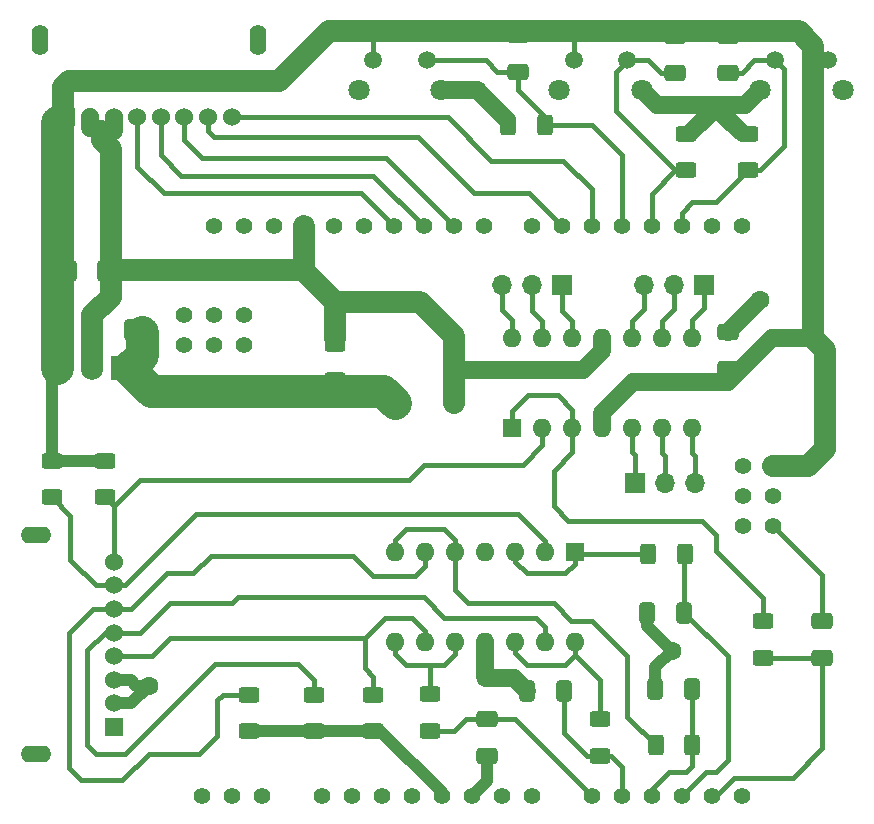
<source format=gbr>
%TF.GenerationSoftware,KiCad,Pcbnew,8.0.2*%
%TF.CreationDate,2024-04-30T15:11:03+02:00*%
%TF.ProjectId,Bachelor Shield,42616368-656c-46f7-9220-536869656c64,1.0*%
%TF.SameCoordinates,Original*%
%TF.FileFunction,Copper,L1,Top*%
%TF.FilePolarity,Positive*%
%FSLAX46Y46*%
G04 Gerber Fmt 4.6, Leading zero omitted, Abs format (unit mm)*
G04 Created by KiCad (PCBNEW 8.0.2) date 2024-04-30 15:11:03*
%MOMM*%
%LPD*%
G01*
G04 APERTURE LIST*
G04 Aperture macros list*
%AMRoundRect*
0 Rectangle with rounded corners*
0 $1 Rounding radius*
0 $2 $3 $4 $5 $6 $7 $8 $9 X,Y pos of 4 corners*
0 Add a 4 corners polygon primitive as box body*
4,1,4,$2,$3,$4,$5,$6,$7,$8,$9,$2,$3,0*
0 Add four circle primitives for the rounded corners*
1,1,$1+$1,$2,$3*
1,1,$1+$1,$4,$5*
1,1,$1+$1,$6,$7*
1,1,$1+$1,$8,$9*
0 Add four rect primitives between the rounded corners*
20,1,$1+$1,$2,$3,$4,$5,0*
20,1,$1+$1,$4,$5,$6,$7,0*
20,1,$1+$1,$6,$7,$8,$9,0*
20,1,$1+$1,$8,$9,$2,$3,0*%
G04 Aperture macros list end*
%TA.AperFunction,ComponentPad*%
%ADD10R,1.700000X1.700000*%
%TD*%
%TA.AperFunction,ComponentPad*%
%ADD11O,1.700000X1.700000*%
%TD*%
%TA.AperFunction,SMDPad,CuDef*%
%ADD12RoundRect,0.250000X0.412500X0.650000X-0.412500X0.650000X-0.412500X-0.650000X0.412500X-0.650000X0*%
%TD*%
%TA.AperFunction,SMDPad,CuDef*%
%ADD13RoundRect,0.250000X-0.650000X0.412500X-0.650000X-0.412500X0.650000X-0.412500X0.650000X0.412500X0*%
%TD*%
%TA.AperFunction,ComponentPad*%
%ADD14C,1.498600*%
%TD*%
%TA.AperFunction,ComponentPad*%
%ADD15C,1.803400*%
%TD*%
%TA.AperFunction,SMDPad,CuDef*%
%ADD16RoundRect,0.250000X0.400000X0.625000X-0.400000X0.625000X-0.400000X-0.625000X0.400000X-0.625000X0*%
%TD*%
%TA.AperFunction,SMDPad,CuDef*%
%ADD17RoundRect,0.250000X0.625000X-0.400000X0.625000X0.400000X-0.625000X0.400000X-0.625000X-0.400000X0*%
%TD*%
%TA.AperFunction,ComponentPad*%
%ADD18C,1.422000*%
%TD*%
%TA.AperFunction,ComponentPad*%
%ADD19R,1.600000X1.600000*%
%TD*%
%TA.AperFunction,ComponentPad*%
%ADD20O,1.600000X1.600000*%
%TD*%
%TA.AperFunction,ComponentPad*%
%ADD21R,1.524000X1.524000*%
%TD*%
%TA.AperFunction,ComponentPad*%
%ADD22C,1.524000*%
%TD*%
%TA.AperFunction,ComponentPad*%
%ADD23O,2.600000X1.400000*%
%TD*%
%TA.AperFunction,ComponentPad*%
%ADD24O,1.400000X2.600000*%
%TD*%
%TA.AperFunction,SMDPad,CuDef*%
%ADD25RoundRect,0.250000X-0.625000X0.400000X-0.625000X-0.400000X0.625000X-0.400000X0.625000X0.400000X0*%
%TD*%
%TA.AperFunction,SMDPad,CuDef*%
%ADD26RoundRect,0.250000X-0.412500X-0.650000X0.412500X-0.650000X0.412500X0.650000X-0.412500X0.650000X0*%
%TD*%
%TA.AperFunction,ComponentPad*%
%ADD27R,1.905000X2.000000*%
%TD*%
%TA.AperFunction,ComponentPad*%
%ADD28O,1.905000X2.000000*%
%TD*%
%TA.AperFunction,SMDPad,CuDef*%
%ADD29RoundRect,0.250000X0.650000X-0.412500X0.650000X0.412500X-0.650000X0.412500X-0.650000X-0.412500X0*%
%TD*%
%TA.AperFunction,ViaPad*%
%ADD30C,1.600000*%
%TD*%
%TA.AperFunction,Conductor*%
%ADD31C,0.400000*%
%TD*%
%TA.AperFunction,Conductor*%
%ADD32C,1.500000*%
%TD*%
%TA.AperFunction,Conductor*%
%ADD33C,1.900000*%
%TD*%
%TA.AperFunction,Conductor*%
%ADD34C,1.000000*%
%TD*%
%TA.AperFunction,Conductor*%
%ADD35C,2.800000*%
%TD*%
G04 APERTURE END LIST*
D10*
%TO.P,J4,1,Pin_1*%
%TO.N,Net-(J4-Pin_1)*%
X128170000Y-84750000D03*
D11*
%TO.P,J4,2,Pin_2*%
%TO.N,Net-(J4-Pin_2)*%
X130710000Y-84750000D03*
%TO.P,J4,3,Pin_3*%
%TO.N,Net-(J4-Pin_3)*%
X133250000Y-84750000D03*
%TD*%
D12*
%TO.P,C4,1*%
%TO.N,Flex Signal 2*%
X122162500Y-102400000D03*
%TO.P,C4,2*%
%TO.N,GND*%
X119037500Y-102400000D03*
%TD*%
%TO.P,C6,1*%
%TO.N,Flex Signal 4*%
X132300000Y-95750000D03*
%TO.P,C6,2*%
%TO.N,GND*%
X129175000Y-95750000D03*
%TD*%
D13*
%TO.P,C9,1*%
%TO.N,+5V*%
X136000000Y-46937500D03*
%TO.P,C9,2*%
%TO.N,Down Button*%
X136000000Y-50062500D03*
%TD*%
D14*
%TO.P,SW3,1,1*%
%TO.N,Shift Button*%
X127500000Y-49000000D03*
%TO.P,SW3,2,2*%
%TO.N,+5V*%
X122999999Y-49000000D03*
D15*
%TO.P,SW3,3,3*%
%TO.N,GND*%
X128755000Y-51490299D03*
%TO.P,SW3,4,4*%
X121744999Y-51490299D03*
%TD*%
D13*
%TO.P,C3,1*%
%TO.N,Flex Signal 1*%
X115600000Y-104800000D03*
%TO.P,C3,2*%
%TO.N,GND*%
X115600000Y-107925000D03*
%TD*%
D16*
%TO.P,R11,1*%
%TO.N,Up Button*%
X120500000Y-54500000D03*
%TO.P,R11,2*%
%TO.N,GND*%
X117400000Y-54500000D03*
%TD*%
D17*
%TO.P,R13,1*%
%TO.N,Shift Button*%
X132500000Y-58300000D03*
%TO.P,R13,2*%
%TO.N,GND*%
X132500000Y-55200000D03*
%TD*%
D12*
%TO.P,C1,1*%
%TO.N,+BATT*%
X85562500Y-71800000D03*
%TO.P,C1,2*%
%TO.N,GND*%
X82437500Y-71800000D03*
%TD*%
D18*
%TO.P,U1,1,OFF*%
%TO.N,unconnected-(U1-OFF-Pad1)*%
X91474990Y-111277510D03*
%TO.P,U1,2,GND*%
%TO.N,GND*%
X94014990Y-111277510D03*
%TO.P,U1,3,VRTC*%
%TO.N,unconnected-(U1-VRTC-Pad3)*%
X96554990Y-111277510D03*
%TD*%
D19*
%TO.P,U9,1*%
%TO.N,Net-(U9A-+)*%
X123090000Y-90637500D03*
D20*
%TO.P,U9,2,-*%
%TO.N,Net-(J2-Pin_7)*%
X120550000Y-90637500D03*
%TO.P,U9,3,+*%
%TO.N,Net-(U9A-+)*%
X118010000Y-90637500D03*
%TO.P,U9,4,V+*%
%TO.N,+5V*%
X115470000Y-90637500D03*
%TO.P,U9,5,+*%
%TO.N,Net-(U9B-+)*%
X112930000Y-90637500D03*
%TO.P,U9,6,-*%
%TO.N,Net-(J2-Pin_6)*%
X110390000Y-90637500D03*
%TO.P,U9,7*%
%TO.N,Net-(U9B-+)*%
X107850000Y-90637500D03*
%TO.P,U9,8*%
%TO.N,Net-(U9C-+)*%
X107850000Y-98257500D03*
%TO.P,U9,9,-*%
%TO.N,Net-(J2-Pin_4)*%
X110390000Y-98257500D03*
%TO.P,U9,10,+*%
%TO.N,Net-(U9C-+)*%
X112930000Y-98257500D03*
%TO.P,U9,11,V-*%
%TO.N,GND*%
X115470000Y-98257500D03*
%TO.P,U9,12,+*%
%TO.N,Net-(U9D-+)*%
X118010000Y-98257500D03*
%TO.P,U9,13,-*%
%TO.N,Net-(J2-Pin_5)*%
X120550000Y-98257500D03*
%TO.P,U9,14*%
%TO.N,Net-(U9D-+)*%
X123090000Y-98257500D03*
%TD*%
D17*
%TO.P,R10,1*%
%TO.N,Flex Signal 5*%
X139000000Y-99600000D03*
%TO.P,R10,2*%
%TO.N,Net-(U10A-+)*%
X139000000Y-96500000D03*
%TD*%
D21*
%TO.P,J2,1,Pin_1*%
%TO.N,unconnected-(J2-Pin_1-Pad1)*%
X84000000Y-105437500D03*
D22*
%TO.P,J2,2,Pin_2*%
%TO.N,GND*%
X84000000Y-103437500D03*
%TO.P,J2,3,Pin_3*%
X84000000Y-101437500D03*
%TO.P,J2,4,Pin_4*%
%TO.N,Net-(J2-Pin_4)*%
X84000000Y-99437500D03*
%TO.P,J2,5,Pin_5*%
%TO.N,Net-(J2-Pin_5)*%
X84000000Y-97437500D03*
%TO.P,J2,6,Pin_6*%
%TO.N,Net-(J2-Pin_6)*%
X84000000Y-95437500D03*
%TO.P,J2,7,Pin_7*%
%TO.N,Net-(J2-Pin_7)*%
X84000000Y-93437500D03*
%TO.P,J2,8,Pin_8*%
%TO.N,Net-(J2-Pin_8)*%
X84000000Y-91437500D03*
D23*
%TO.P,J2,9*%
%TO.N,N/C*%
X77450000Y-107687500D03*
X77450000Y-89187500D03*
%TD*%
D17*
%TO.P,R2,1*%
%TO.N,+5V*%
X101000000Y-105787500D03*
%TO.P,R2,2*%
%TO.N,Net-(J2-Pin_5)*%
X101000000Y-102687500D03*
%TD*%
D19*
%TO.P,U10,1*%
%TO.N,Net-(U10A-+)*%
X117760000Y-80120000D03*
D20*
%TO.P,U10,2,-*%
%TO.N,Net-(J2-Pin_8)*%
X120300000Y-80120000D03*
%TO.P,U10,3,+*%
%TO.N,Net-(U10A-+)*%
X122840000Y-80120000D03*
%TO.P,U10,4,V+*%
%TO.N,+5V*%
X125380000Y-80120000D03*
%TO.P,U10,5,+*%
%TO.N,Net-(J4-Pin_1)*%
X127920000Y-80120000D03*
%TO.P,U10,6,-*%
%TO.N,Net-(J4-Pin_2)*%
X130460000Y-80120000D03*
%TO.P,U10,7*%
%TO.N,Net-(J4-Pin_3)*%
X133000000Y-80120000D03*
%TO.P,U10,8*%
%TO.N,Net-(J5-Pin_1)*%
X133000000Y-72500000D03*
%TO.P,U10,9,-*%
%TO.N,Net-(J5-Pin_2)*%
X130460000Y-72500000D03*
%TO.P,U10,10,+*%
%TO.N,Net-(J5-Pin_3)*%
X127920000Y-72500000D03*
%TO.P,U10,11,V-*%
%TO.N,GND*%
X125380000Y-72500000D03*
%TO.P,U10,12,+*%
%TO.N,Net-(J6-Pin_1)*%
X122840000Y-72500000D03*
%TO.P,U10,13,-*%
%TO.N,Net-(J6-Pin_2)*%
X120300000Y-72500000D03*
%TO.P,U10,14*%
%TO.N,Net-(J6-Pin_3)*%
X117760000Y-72500000D03*
%TD*%
D21*
%TO.P,J3,1,Pin_1*%
%TO.N,+5V*%
X80000000Y-53800000D03*
D22*
%TO.P,J3,2,Pin_2*%
%TO.N,GND*%
X82000000Y-53800000D03*
%TO.P,J3,3,Pin_3*%
X84000000Y-53800000D03*
%TO.P,J3,4,Pin_4*%
%TO.N,Motor Signal 1*%
X86000000Y-53800000D03*
%TO.P,J3,5,Pin_5*%
%TO.N,Motor Signal 2*%
X88000000Y-53800000D03*
%TO.P,J3,6,Pin_6*%
%TO.N,Motor Signal 3*%
X90000000Y-53800000D03*
%TO.P,J3,7,Pin_7*%
%TO.N,Motor Signal 4*%
X92000000Y-53800000D03*
%TO.P,J3,8,Pin_8*%
%TO.N,Motor Signal 5*%
X94000000Y-53800000D03*
D24*
%TO.P,J3,9*%
%TO.N,N/C*%
X77750000Y-47250000D03*
X96250000Y-47250000D03*
%TD*%
D13*
%TO.P,C8,1*%
%TO.N,+5V*%
X118250000Y-46875000D03*
%TO.P,C8,2*%
%TO.N,Up Button*%
X118250000Y-50000000D03*
%TD*%
D16*
%TO.P,R9,1*%
%TO.N,Flex Signal 4*%
X132350000Y-90750000D03*
%TO.P,R9,2*%
%TO.N,Net-(U9A-+)*%
X129250000Y-90750000D03*
%TD*%
D10*
%TO.P,J6,1,Pin_1*%
%TO.N,Net-(J6-Pin_1)*%
X122000000Y-68000000D03*
D11*
%TO.P,J6,2,Pin_2*%
%TO.N,Net-(J6-Pin_2)*%
X119460000Y-68000000D03*
%TO.P,J6,3,Pin_3*%
%TO.N,Net-(J6-Pin_3)*%
X116920000Y-68000000D03*
%TD*%
D18*
%TO.P,U5,1,CIPO*%
%TO.N,unconnected-(U5-CIPO-Pad1)*%
X137301990Y-83352510D03*
%TO.P,U5,2,+5V*%
%TO.N,+5V*%
X139841990Y-83352510D03*
%TO.P,U5,3,SCK*%
%TO.N,unconnected-(U5-SCK-Pad3)*%
X137301990Y-85892510D03*
%TO.P,U5,4,COPI*%
%TO.N,unconnected-(U5-COPI-Pad4)*%
X139841990Y-85892510D03*
%TO.P,U5,5,RESET*%
%TO.N,unconnected-(U5-RESET-Pad5)*%
X137301990Y-88432510D03*
%TO.P,U5,6,GND*%
%TO.N,GND*%
X139841990Y-88432510D03*
%TD*%
D25*
%TO.P,R5,1*%
%TO.N,+5V*%
X83250000Y-82900000D03*
%TO.P,R5,2*%
%TO.N,Net-(J2-Pin_8)*%
X83250000Y-86000000D03*
%TD*%
D13*
%TO.P,C10,1*%
%TO.N,+5V*%
X131500000Y-46937500D03*
%TO.P,C10,2*%
%TO.N,Shift Button*%
X131500000Y-50062500D03*
%TD*%
D26*
%TO.P,C2,1*%
%TO.N,+5V*%
X80187500Y-66800000D03*
%TO.P,C2,2*%
%TO.N,GND*%
X83312500Y-66800000D03*
%TD*%
D17*
%TO.P,R3,1*%
%TO.N,+5V*%
X95500000Y-105787500D03*
%TO.P,R3,2*%
%TO.N,Net-(J2-Pin_6)*%
X95500000Y-102687500D03*
%TD*%
D10*
%TO.P,J5,1,Pin_1*%
%TO.N,Net-(J5-Pin_1)*%
X134025000Y-68000000D03*
D11*
%TO.P,J5,2,Pin_2*%
%TO.N,Net-(J5-Pin_2)*%
X131485000Y-68000000D03*
%TO.P,J5,3,Pin_3*%
%TO.N,Net-(J5-Pin_3)*%
X128945000Y-68000000D03*
%TD*%
D14*
%TO.P,SW1,1,1*%
%TO.N,Up Button*%
X110500000Y-49000000D03*
%TO.P,SW1,2,2*%
%TO.N,+5V*%
X105999999Y-49000000D03*
D15*
%TO.P,SW1,3,3*%
%TO.N,GND*%
X111755000Y-51490299D03*
%TO.P,SW1,4,4*%
X104744999Y-51490299D03*
%TD*%
D17*
%TO.P,R6,1*%
%TO.N,Flex Signal 1*%
X110800000Y-105750000D03*
%TO.P,R6,2*%
%TO.N,Net-(U9C-+)*%
X110800000Y-102650000D03*
%TD*%
%TO.P,R1,1*%
%TO.N,+5V*%
X106000000Y-105787500D03*
%TO.P,R1,2*%
%TO.N,Net-(J2-Pin_4)*%
X106000000Y-102687500D03*
%TD*%
D25*
%TO.P,R4,1*%
%TO.N,+5V*%
X78750000Y-82900000D03*
%TO.P,R4,2*%
%TO.N,Net-(J2-Pin_7)*%
X78750000Y-86000000D03*
%TD*%
D17*
%TO.P,R14,1*%
%TO.N,+BATT*%
X102750000Y-76100000D03*
%TO.P,R14,2*%
%TO.N,GND*%
X102750000Y-73000000D03*
%TD*%
%TO.P,R7,1*%
%TO.N,Flex Signal 2*%
X125200000Y-107900000D03*
%TO.P,R7,2*%
%TO.N,Net-(U9D-+)*%
X125200000Y-104800000D03*
%TD*%
D18*
%TO.P,U7,11,D7*%
%TO.N,unconnected-(U7-D7-Pad11)*%
X119399990Y-63017510D03*
%TO.P,U7,12,~D6*%
%TO.N,Motor Signal 4*%
X121939990Y-63017510D03*
%TO.P,U7,13,~D5*%
%TO.N,Motor Signal 5*%
X124479990Y-63017510D03*
%TO.P,U7,14,D4*%
%TO.N,Up Button*%
X127019990Y-63017510D03*
%TO.P,U7,15,~D3*%
%TO.N,Shift Button*%
X129559990Y-63017510D03*
%TO.P,U7,16,D2*%
%TO.N,Down Button*%
X132099990Y-63017510D03*
%TO.P,U7,17,D1/TX0*%
%TO.N,unconnected-(U7-D1{slash}TX0-Pad17)*%
X134639990Y-63017510D03*
%TO.P,U7,18,D0/RX0*%
%TO.N,unconnected-(U7-D0{slash}RX0-Pad18)*%
X137179990Y-63017510D03*
%TD*%
D27*
%TO.P,U8,1,IN*%
%TO.N,+BATT*%
X84750000Y-75000000D03*
D28*
%TO.P,U8,2,GND*%
%TO.N,GND*%
X82210000Y-75000000D03*
%TO.P,U8,3,OUT*%
%TO.N,+5V*%
X79670000Y-75000000D03*
%TD*%
D18*
%TO.P,U6,1,SCL*%
%TO.N,unconnected-(U6-SCL-Pad1)*%
X92476000Y-63017500D03*
%TO.P,U6,2,SDA*%
%TO.N,unconnected-(U6-SDA-Pad2)*%
X95016000Y-63017500D03*
%TO.P,U6,3,AREF*%
%TO.N,unconnected-(U6-AREF-Pad3)*%
X97556000Y-63017500D03*
%TO.P,U6,4,GND*%
%TO.N,GND*%
X100096000Y-63017500D03*
%TO.P,U6,5,D13/SCK/CANRX0*%
%TO.N,unconnected-(U6-D13{slash}SCK{slash}CANRX0-Pad5)*%
X102636000Y-63017500D03*
%TO.P,U6,6,D12/CIPO*%
%TO.N,unconnected-(U6-D12{slash}CIPO-Pad6)*%
X105176000Y-63017500D03*
%TO.P,U6,7,~D11/COPI*%
%TO.N,Motor Signal 1*%
X107716000Y-63017500D03*
%TO.P,U6,8,~D10/CS/CANTX0*%
%TO.N,Motor Signal 2*%
X110256000Y-63017500D03*
%TO.P,U6,9,~D9*%
%TO.N,Motor Signal 3*%
X112796000Y-63017500D03*
%TO.P,U6,10,D8*%
%TO.N,unconnected-(U6-D8-Pad10)*%
X115336000Y-63017500D03*
%TD*%
%TO.P,U3,9,A0*%
%TO.N,Flex Signal 1*%
X124480000Y-111277500D03*
%TO.P,U3,10,A1*%
%TO.N,Flex Signal 2*%
X127020000Y-111277500D03*
%TO.P,U3,11,A2*%
%TO.N,Flex Signal 3*%
X129560000Y-111277500D03*
%TO.P,U3,12,A3*%
%TO.N,Flex Signal 4*%
X132100000Y-111277500D03*
%TO.P,U3,13,A4*%
%TO.N,Flex Signal 5*%
X134640000Y-111277500D03*
%TO.P,U3,14,A5*%
%TO.N,unconnected-(U3-A5-Pad14)*%
X137180000Y-111277500D03*
%TD*%
%TO.P,U2,1,BOOT*%
%TO.N,unconnected-(U2-BOOT-Pad1)*%
X101620000Y-111277500D03*
%TO.P,U2,2,IOREF*%
%TO.N,unconnected-(U2-IOREF-Pad2)*%
X104160000Y-111277500D03*
%TO.P,U2,3,Reset*%
%TO.N,unconnected-(U2-Reset-Pad3)*%
X106700000Y-111277500D03*
%TO.P,U2,4,+3V3*%
%TO.N,unconnected-(U2-+3V3-Pad4)*%
X109240000Y-111277500D03*
%TO.P,U2,5,+5V*%
%TO.N,+5V*%
X111780000Y-111277500D03*
%TO.P,U2,6,GND*%
%TO.N,GND*%
X114320000Y-111277500D03*
%TO.P,U2,7,GND*%
X116860000Y-111277500D03*
%TO.P,U2,8,VIN*%
%TO.N,unconnected-(U2-VIN-Pad8)*%
X119400000Y-111277500D03*
%TD*%
D13*
%TO.P,C12,1*%
%TO.N,GND*%
X136000000Y-72000000D03*
%TO.P,C12,2*%
%TO.N,+5V*%
X136000000Y-75125000D03*
%TD*%
D29*
%TO.P,C7,1*%
%TO.N,Flex Signal 5*%
X144000000Y-99625000D03*
%TO.P,C7,2*%
%TO.N,GND*%
X144000000Y-96500000D03*
%TD*%
D15*
%TO.P,J1,1,Pin_1*%
%TO.N,+BATT*%
X107854900Y-78000000D03*
%TO.P,J1,2,Pin_2*%
%TO.N,GND*%
X112854900Y-78000000D03*
%TD*%
D12*
%TO.P,C5,1*%
%TO.N,Flex Signal 3*%
X133000000Y-102250000D03*
%TO.P,C5,2*%
%TO.N,GND*%
X129875000Y-102250000D03*
%TD*%
D14*
%TO.P,SW2,1,1*%
%TO.N,+5V*%
X144500000Y-49000000D03*
%TO.P,SW2,2,2*%
%TO.N,Down Button*%
X139999999Y-49000000D03*
D15*
%TO.P,SW2,3,3*%
%TO.N,GND*%
X145755000Y-51490299D03*
%TO.P,SW2,4,4*%
X138744999Y-51490299D03*
%TD*%
D16*
%TO.P,R8,1*%
%TO.N,Flex Signal 3*%
X133000000Y-107000000D03*
%TO.P,R8,2*%
%TO.N,Net-(U9B-+)*%
X129900000Y-107000000D03*
%TD*%
D17*
%TO.P,R12,1*%
%TO.N,Down Button*%
X137750000Y-58300000D03*
%TO.P,R12,2*%
%TO.N,GND*%
X137750000Y-55200000D03*
%TD*%
D18*
%TO.P,U4,1,GPIO42*%
%TO.N,unconnected-(U4-GPIO42-Pad1)*%
X95016000Y-70586700D03*
%TO.P,U4,2,GPIO41*%
%TO.N,unconnected-(U4-GPIO41-Pad2)*%
X95016000Y-73126700D03*
%TO.P,U4,3,GPIO43/TXD0*%
%TO.N,unconnected-(U4-GPIO43{slash}TXD0-Pad3)*%
X92476000Y-70586700D03*
%TO.P,U4,4,GPIO0/DOWNLOAD*%
%TO.N,unconnected-(U4-GPIO0{slash}DOWNLOAD-Pad4)*%
X92476000Y-73126700D03*
%TO.P,U4,5,GPIO44/RXD0*%
%TO.N,unconnected-(U4-GPIO44{slash}RXD0-Pad5)*%
X89936000Y-70586700D03*
%TO.P,U4,6,GND*%
%TO.N,GND*%
X89936000Y-73126700D03*
%TD*%
D30*
%TO.N,GND*%
X83750000Y-56500000D03*
X114750000Y-51500000D03*
X100000000Y-66750000D03*
X131250000Y-99000000D03*
X115500000Y-101250000D03*
X138750000Y-69250000D03*
X87000000Y-101937500D03*
X135000000Y-53000000D03*
%TD*%
D31*
%TO.N,GND*%
X114740299Y-51490299D02*
X114750000Y-51500000D01*
D32*
X114750000Y-51500000D02*
X117250000Y-54000000D01*
X137485298Y-52750000D02*
X138744999Y-51490299D01*
D33*
X83800000Y-66750000D02*
X83750000Y-66800000D01*
D34*
X131250000Y-99000000D02*
X129875000Y-100375000D01*
D33*
X100000000Y-66750000D02*
X83800000Y-66750000D01*
D34*
X129875000Y-100375000D02*
X129875000Y-102250000D01*
D32*
X135000000Y-53000000D02*
X137000000Y-55000000D01*
D33*
X82210000Y-70540000D02*
X82210000Y-75000000D01*
D34*
X85437500Y-101437500D02*
X84000000Y-101437500D01*
D32*
X134950000Y-52750000D02*
X135000000Y-52750000D01*
D31*
X144000000Y-96500000D02*
X144000000Y-92590520D01*
D33*
X109987500Y-69487500D02*
X112854900Y-72354900D01*
X83750000Y-56500000D02*
X83750000Y-66800000D01*
D32*
X125380000Y-72500000D02*
X125380000Y-73620000D01*
X135250000Y-52750000D02*
X134950000Y-52750000D01*
D31*
X144000000Y-92590520D02*
X139841990Y-88432510D01*
D34*
X85437500Y-101437500D02*
X85937500Y-101937500D01*
D32*
X135250000Y-52750000D02*
X137485298Y-52750000D01*
X115470000Y-98257500D02*
X115470000Y-101220000D01*
X115470000Y-101220000D02*
X115500000Y-101250000D01*
X117887500Y-101250000D02*
X119037500Y-102400000D01*
D33*
X112854900Y-75250000D02*
X112854900Y-78000000D01*
D32*
X135000000Y-53000000D02*
X135250000Y-53000000D01*
X82000000Y-53800000D02*
X82000000Y-54750000D01*
X84000000Y-54025000D02*
X84000000Y-54975000D01*
D33*
X83750000Y-66800000D02*
X83750000Y-69000000D01*
D34*
X85937500Y-101937500D02*
X87000000Y-101937500D01*
D33*
X102737500Y-69487500D02*
X109987500Y-69487500D01*
D34*
X131250000Y-99000000D02*
X129175000Y-96925000D01*
D32*
X135000000Y-53000000D02*
X133000000Y-55000000D01*
D33*
X112854900Y-72354900D02*
X112854900Y-75250000D01*
D34*
X85500000Y-103437500D02*
X87000000Y-101937500D01*
D32*
X114750000Y-51500000D02*
X113500000Y-51500000D01*
X128755000Y-51490299D02*
X130014701Y-52750000D01*
X125380000Y-73620000D02*
X123750000Y-75250000D01*
D33*
X83000000Y-55750000D02*
X83000000Y-55000000D01*
D34*
X115600000Y-109997500D02*
X114320000Y-111277500D01*
D31*
X111764701Y-51500000D02*
X111755000Y-51490299D01*
D32*
X135000000Y-52750000D02*
X135000000Y-53000000D01*
X113500000Y-51500000D02*
X111764701Y-51500000D01*
D31*
X114750000Y-51850000D02*
X114750000Y-51500000D01*
D33*
X83750000Y-69000000D02*
X82210000Y-70540000D01*
X100000000Y-66750000D02*
X102737500Y-69487500D01*
X102737500Y-69487500D02*
X102737500Y-72487500D01*
D32*
X135000000Y-52750000D02*
X135000000Y-52750000D01*
D34*
X129175000Y-96925000D02*
X129175000Y-95750000D01*
D32*
X130014701Y-52750000D02*
X135250000Y-52750000D01*
D33*
X100096000Y-63017500D02*
X100096000Y-66654000D01*
D32*
X123750000Y-75250000D02*
X112854900Y-75250000D01*
D33*
X102737500Y-72487500D02*
X102750000Y-72500000D01*
D34*
X115600000Y-107925000D02*
X115600000Y-109997500D01*
D32*
X136000000Y-72000000D02*
X138750000Y-69250000D01*
D34*
X84000000Y-103437500D02*
X85500000Y-103437500D01*
D33*
X83750000Y-56500000D02*
X83000000Y-55750000D01*
D32*
X115500000Y-101250000D02*
X117887500Y-101250000D01*
D33*
%TO.N,+5V*%
X98000000Y-50750000D02*
X102250000Y-46500000D01*
D34*
X95750000Y-105787500D02*
X106587500Y-105787500D01*
D32*
X136000000Y-76250000D02*
X139750000Y-72500000D01*
D33*
X144250000Y-73500000D02*
X144250000Y-81937500D01*
X102250000Y-46500000D02*
X106000000Y-46500000D01*
D34*
X78750000Y-82900000D02*
X83250000Y-82900000D01*
D31*
X122999999Y-49000000D02*
X123000000Y-46500000D01*
D33*
X144250000Y-81937500D02*
X142834990Y-83352510D01*
X79750000Y-51250000D02*
X80250000Y-50750000D01*
X80250000Y-50750000D02*
X98000000Y-50750000D01*
D34*
X78750000Y-82900000D02*
X78750000Y-75500000D01*
D32*
X139750000Y-72500000D02*
X143250000Y-72500000D01*
D33*
X143250000Y-47750000D02*
X143250000Y-72500000D01*
X106000000Y-46500000D02*
X123000000Y-46500000D01*
D32*
X128000000Y-76250000D02*
X136000000Y-76250000D01*
D33*
X79750000Y-54000000D02*
X79750000Y-51250000D01*
D35*
X79250000Y-54250000D02*
X79250000Y-75000000D01*
D32*
X125380000Y-78870000D02*
X128000000Y-76250000D01*
D33*
X142000000Y-46500000D02*
X143000000Y-47500000D01*
X142834990Y-83352510D02*
X139841990Y-83352510D01*
D34*
X78750000Y-75500000D02*
X79250000Y-75000000D01*
X111780000Y-110980000D02*
X111780000Y-111277500D01*
D32*
X125380000Y-80120000D02*
X125380000Y-78870000D01*
D33*
X123000000Y-46500000D02*
X142000000Y-46500000D01*
D34*
X106587500Y-105787500D02*
X111780000Y-110980000D01*
D33*
X143250000Y-72500000D02*
X144250000Y-73500000D01*
D31*
X105999999Y-49000000D02*
X106000000Y-46500000D01*
%TO.N,Net-(U9A-+)*%
X119000000Y-92437500D02*
X122250000Y-92437500D01*
X123202500Y-90750000D02*
X123090000Y-90637500D01*
X123080000Y-91607500D02*
X123080000Y-90617500D01*
X118000000Y-91437500D02*
X119000000Y-92437500D01*
X129137500Y-90637500D02*
X129250000Y-90750000D01*
X129250000Y-90750000D02*
X123202500Y-90750000D01*
X122250000Y-92437500D02*
X123080000Y-91607500D01*
X118000000Y-90617500D02*
X118000000Y-91437500D01*
%TO.N,Net-(U9B-+)*%
X112920000Y-93857500D02*
X114000000Y-94937500D01*
X127500000Y-99437500D02*
X127500000Y-104600000D01*
X114000000Y-94937500D02*
X121250000Y-94937500D01*
X112920000Y-89607500D02*
X112920000Y-93857500D01*
X112000000Y-88687500D02*
X112920000Y-89607500D01*
X108750000Y-88687500D02*
X112000000Y-88687500D01*
X107840000Y-90617500D02*
X107840000Y-89597500D01*
X122750000Y-96437500D02*
X124500000Y-96437500D01*
X107840000Y-89597500D02*
X108750000Y-88687500D01*
X124500000Y-96437500D02*
X127500000Y-99437500D01*
X121250000Y-94937500D02*
X122750000Y-96437500D01*
X127500000Y-104600000D02*
X129900000Y-107000000D01*
%TO.N,Net-(U9C-+)*%
X112920000Y-99267500D02*
X112920000Y-98237500D01*
X110250000Y-100187500D02*
X110800000Y-100187500D01*
X108750000Y-100187500D02*
X110250000Y-100187500D01*
X110800000Y-100187500D02*
X112000000Y-100187500D01*
X107840000Y-98237500D02*
X107840000Y-99277500D01*
X112000000Y-100187500D02*
X112920000Y-99267500D01*
X107840000Y-99277500D02*
X108750000Y-100187500D01*
X110800000Y-102650000D02*
X110800000Y-100187500D01*
%TO.N,Net-(U9D-+)*%
X119000000Y-100187500D02*
X122000000Y-100187500D01*
X118000000Y-98237500D02*
X118000000Y-99187500D01*
X125200000Y-101477500D02*
X123080000Y-99357500D01*
X123080000Y-99357500D02*
X123080000Y-98237500D01*
X118000000Y-99187500D02*
X119000000Y-100187500D01*
X122250000Y-100187500D02*
X123080000Y-99357500D01*
X125200000Y-104800000D02*
X125200000Y-101477500D01*
X122000000Y-100187500D02*
X122250000Y-100187500D01*
%TO.N,Net-(U10A-+)*%
X122840000Y-82160000D02*
X122840000Y-80120000D01*
X117760000Y-78700000D02*
X119090000Y-77370000D01*
X122840000Y-78620000D02*
X122840000Y-80120000D01*
X121590000Y-77370000D02*
X122840000Y-78620000D01*
X119090000Y-77370000D02*
X121590000Y-77370000D01*
X133812500Y-88000000D02*
X122500000Y-88000000D01*
X139000000Y-94500000D02*
X135000000Y-90500000D01*
X121250000Y-83750000D02*
X122840000Y-82160000D01*
X121250000Y-86750000D02*
X121250000Y-83750000D01*
X122500000Y-88000000D02*
X121250000Y-86750000D01*
X139000000Y-96500000D02*
X139000000Y-94500000D01*
X135000000Y-89187500D02*
X133812500Y-88000000D01*
X117760000Y-80120000D02*
X117760000Y-78700000D01*
X135000000Y-90500000D02*
X135000000Y-89187500D01*
%TO.N,Up Button*%
X127019990Y-63017510D02*
X127019990Y-57019990D01*
X110500000Y-49000000D02*
X115500000Y-49000000D01*
X116500000Y-50000000D02*
X118250000Y-50000000D01*
X118250000Y-51500000D02*
X118250000Y-50000000D01*
X115500000Y-49000000D02*
X116500000Y-50000000D01*
X120500000Y-53750000D02*
X118250000Y-51500000D01*
X120500000Y-54500000D02*
X120500000Y-53750000D01*
X127019990Y-57019990D02*
X124500000Y-54500000D01*
X124500000Y-54500000D02*
X120500000Y-54500000D01*
%TO.N,Down Button*%
X135050000Y-61000000D02*
X137750000Y-58300000D01*
X132099990Y-61900010D02*
X133000000Y-61000000D01*
X137187500Y-50062500D02*
X136000000Y-50062500D01*
X138700000Y-58300000D02*
X140750000Y-56250000D01*
X138250000Y-49000000D02*
X137187500Y-50062500D01*
X139999999Y-49000000D02*
X138250000Y-49000000D01*
X132099990Y-63017510D02*
X132099990Y-61900010D01*
X133000000Y-61000000D02*
X135050000Y-61000000D01*
X137750000Y-58300000D02*
X138700000Y-58300000D01*
X140750000Y-49750001D02*
X139999999Y-49000000D01*
X140750000Y-56250000D02*
X140750000Y-49750001D01*
%TO.N,Shift Button*%
X129559990Y-60290010D02*
X129559990Y-63017510D01*
X131550000Y-58300000D02*
X132500000Y-58300000D01*
X129250000Y-49000000D02*
X130312500Y-50062500D01*
X127500000Y-49000000D02*
X129250000Y-49000000D01*
X127500000Y-49000000D02*
X126500000Y-50000000D01*
X130312500Y-50062500D02*
X131500000Y-50062500D01*
X131550000Y-58300000D02*
X129559990Y-60290010D01*
X126500000Y-53250000D02*
X131550000Y-58300000D01*
X126500000Y-50000000D02*
X126500000Y-53250000D01*
%TO.N,Net-(J2-Pin_5)*%
X83250000Y-97437500D02*
X81750000Y-98937500D01*
X120540000Y-98237500D02*
X120540000Y-96977500D01*
X112000000Y-96187500D02*
X110250000Y-94437500D01*
X119750000Y-96187500D02*
X112000000Y-96187500D01*
X86250000Y-97437500D02*
X84000000Y-97437500D01*
X101000000Y-101437500D02*
X99625000Y-100062500D01*
X88750000Y-94937500D02*
X86250000Y-97437500D01*
X94500000Y-94437500D02*
X94000000Y-94937500D01*
X99625000Y-100062500D02*
X92625000Y-100062500D01*
X85000000Y-107687500D02*
X92625000Y-100062500D01*
X94000000Y-94937500D02*
X88750000Y-94937500D01*
X82500000Y-107687500D02*
X85000000Y-107687500D01*
X81750000Y-98937500D02*
X81750000Y-106937500D01*
X101000000Y-101437500D02*
X101000000Y-102687500D01*
X84000000Y-97437500D02*
X83250000Y-97437500D01*
X120540000Y-96977500D02*
X119750000Y-96187500D01*
X110250000Y-94437500D02*
X94500000Y-94437500D01*
X81750000Y-106937500D02*
X82500000Y-107687500D01*
%TO.N,Net-(J2-Pin_7)*%
X78750000Y-86000000D02*
X80350000Y-87600000D01*
X120540000Y-89727500D02*
X118250000Y-87437500D01*
X82500000Y-93437500D02*
X84000000Y-93437500D01*
X120500000Y-90657500D02*
X120540000Y-90617500D01*
X80350000Y-91287500D02*
X82500000Y-93437500D01*
X85000000Y-93437500D02*
X84000000Y-93437500D01*
X91000000Y-87437500D02*
X85000000Y-93437500D01*
X118250000Y-87437500D02*
X91000000Y-87437500D01*
X80350000Y-87600000D02*
X80350000Y-91287500D01*
X120540000Y-90617500D02*
X120540000Y-89727500D01*
%TO.N,Net-(J2-Pin_6)*%
X92750000Y-106187500D02*
X92750000Y-103187500D01*
X92750000Y-103187500D02*
X93250000Y-102687500D01*
X90750000Y-92437500D02*
X92250000Y-90937500D01*
X106000000Y-92687500D02*
X109500000Y-92687500D01*
X88500000Y-92437500D02*
X90750000Y-92437500D01*
X80250000Y-97437500D02*
X80250000Y-108937500D01*
X104250000Y-90937500D02*
X106000000Y-92687500D01*
X109500000Y-92687500D02*
X110380000Y-91807500D01*
X87000000Y-107687500D02*
X91250000Y-107687500D01*
X84000000Y-95437500D02*
X82250000Y-95437500D01*
X84750000Y-109937500D02*
X87000000Y-107687500D01*
X110380000Y-91807500D02*
X110380000Y-90617500D01*
X93250000Y-102687500D02*
X95500000Y-102687500D01*
X81250000Y-109937500D02*
X84750000Y-109937500D01*
X85500000Y-95437500D02*
X88500000Y-92437500D01*
X92250000Y-90937500D02*
X104250000Y-90937500D01*
X82250000Y-95437500D02*
X80250000Y-97437500D01*
X80250000Y-108937500D02*
X81250000Y-109937500D01*
X91250000Y-107687500D02*
X92750000Y-106187500D01*
X84000000Y-95437500D02*
X85500000Y-95437500D01*
%TO.N,Net-(J2-Pin_8)*%
X120300000Y-80120000D02*
X120300000Y-81580000D01*
X86250000Y-84500000D02*
X84000000Y-86750000D01*
X120300000Y-81580000D02*
X118630000Y-83250000D01*
X109000000Y-84500000D02*
X86250000Y-84500000D01*
X110250000Y-83250000D02*
X109000000Y-84500000D01*
X118630000Y-83250000D02*
X110250000Y-83250000D01*
X84000000Y-86750000D02*
X83250000Y-86000000D01*
X84000000Y-91437500D02*
X84000000Y-86750000D01*
%TO.N,Net-(J2-Pin_4)*%
X106000000Y-102687500D02*
X106000000Y-101187500D01*
X110380000Y-98237500D02*
X110380000Y-97317500D01*
X87250000Y-99437500D02*
X84000000Y-99437500D01*
X106000000Y-101187500D02*
X105250000Y-100437500D01*
X107000000Y-96187500D02*
X105250000Y-97937500D01*
X105250000Y-100437500D02*
X105250000Y-97937500D01*
X109250000Y-96187500D02*
X107000000Y-96187500D01*
X88750000Y-97937500D02*
X87250000Y-99437500D01*
X105250000Y-97937500D02*
X88750000Y-97937500D01*
X110380000Y-97317500D02*
X109250000Y-96187500D01*
%TO.N,Motor Signal 2*%
X89750000Y-58750000D02*
X105988500Y-58750000D01*
X88000000Y-57000000D02*
X89750000Y-58750000D01*
X105988500Y-58750000D02*
X110256000Y-63017500D01*
X88000000Y-53800000D02*
X88000000Y-57000000D01*
%TO.N,Motor Signal 5*%
X112300000Y-53800000D02*
X116000000Y-57500000D01*
X94000000Y-53800000D02*
X112300000Y-53800000D01*
X94000000Y-53800000D02*
X94050000Y-53750000D01*
X124479990Y-59917490D02*
X124479990Y-63017510D01*
X122062500Y-57500000D02*
X124479990Y-59917490D01*
X116000000Y-57500000D02*
X122062500Y-57500000D01*
%TO.N,Motor Signal 1*%
X104948500Y-60250000D02*
X88250000Y-60250000D01*
X107716000Y-63017500D02*
X104948500Y-60250000D01*
X86000000Y-58000000D02*
X86000000Y-53800000D01*
X88250000Y-60250000D02*
X86000000Y-58000000D01*
%TO.N,Motor Signal 3*%
X107028500Y-57250000D02*
X112796000Y-63017500D01*
X90000000Y-53800000D02*
X90000000Y-55750000D01*
X90000000Y-55750000D02*
X91500000Y-57250000D01*
X91500000Y-57250000D02*
X107028500Y-57250000D01*
%TO.N,Motor Signal 4*%
X92500000Y-55500000D02*
X93000000Y-55500000D01*
X114500000Y-60250000D02*
X119172480Y-60250000D01*
X93000000Y-55500000D02*
X109250000Y-55500000D01*
X92000000Y-53800000D02*
X92000000Y-55000000D01*
X109750000Y-55500000D02*
X114500000Y-60250000D01*
X109250000Y-55500000D02*
X109750000Y-55500000D01*
X119172480Y-60250000D02*
X121939990Y-63017510D01*
X92000000Y-55000000D02*
X92500000Y-55500000D01*
%TO.N,Flex Signal 1*%
X112850000Y-105750000D02*
X113800000Y-104800000D01*
X110800000Y-105750000D02*
X112850000Y-105750000D01*
X124480000Y-111277500D02*
X118002500Y-104800000D01*
X118002500Y-104800000D02*
X115600000Y-104800000D01*
X113800000Y-104800000D02*
X115600000Y-104800000D01*
%TO.N,Flex Signal 2*%
X125200000Y-107900000D02*
X126100000Y-107900000D01*
X124100000Y-107900000D02*
X122162500Y-105962500D01*
X122162500Y-105962500D02*
X122162500Y-102400000D01*
X125200000Y-107900000D02*
X124100000Y-107900000D01*
X126100000Y-107900000D02*
X127020000Y-108820000D01*
X127020000Y-108820000D02*
X127020000Y-111277500D01*
%TO.N,Flex Signal 3*%
X132500000Y-109250000D02*
X133000000Y-108750000D01*
X131000000Y-109250000D02*
X132500000Y-109250000D01*
X129560000Y-111277500D02*
X129560000Y-110690000D01*
X133000000Y-107000000D02*
X133000000Y-102250000D01*
X133000000Y-108750000D02*
X133000000Y-107000000D01*
X129560000Y-110690000D02*
X131000000Y-109250000D01*
%TO.N,Flex Signal 4*%
X134127500Y-109250000D02*
X135000000Y-109250000D01*
X132300000Y-90800000D02*
X132350000Y-90750000D01*
X132100000Y-111277500D02*
X134127500Y-109250000D01*
X136000000Y-99450000D02*
X132300000Y-95750000D01*
X136000000Y-108250000D02*
X136000000Y-99450000D01*
X132300000Y-95750000D02*
X132300000Y-90800000D01*
X135000000Y-109250000D02*
X136000000Y-108250000D01*
%TO.N,Flex Signal 5*%
X139000000Y-99600000D02*
X143975000Y-99600000D01*
X134640000Y-111277500D02*
X134972500Y-111277500D01*
X134972500Y-111277500D02*
X136500000Y-109750000D01*
X136500000Y-109750000D02*
X141500000Y-109750000D01*
X141500000Y-109750000D02*
X144000000Y-107250000D01*
X144000000Y-107250000D02*
X144000000Y-99625000D01*
X143975000Y-99600000D02*
X144000000Y-99625000D01*
D35*
%TO.N,+BATT*%
X87200000Y-77000000D02*
X85250000Y-75050000D01*
X85250000Y-75050000D02*
X86400000Y-73900000D01*
X86400000Y-73900000D02*
X86400000Y-72000000D01*
X107854900Y-78000000D02*
X106854900Y-77000000D01*
X85250000Y-75050000D02*
X85200000Y-75000000D01*
X106854900Y-77000000D02*
X87200000Y-77000000D01*
D31*
%TO.N,Net-(J4-Pin_3)*%
X133000000Y-82250000D02*
X133000000Y-80120000D01*
X133250000Y-82500000D02*
X133000000Y-82250000D01*
X133250000Y-84750000D02*
X133250000Y-82500000D01*
%TO.N,Net-(J4-Pin_1)*%
X128170000Y-82420000D02*
X128170000Y-84750000D01*
X127920000Y-82170000D02*
X128170000Y-82420000D01*
X127920000Y-80120000D02*
X127920000Y-82170000D01*
%TO.N,Net-(J4-Pin_2)*%
X130710000Y-84750000D02*
X130710000Y-82460000D01*
X130460000Y-82210000D02*
X130460000Y-80120000D01*
X130710000Y-82460000D02*
X130460000Y-82210000D01*
%TO.N,Net-(J5-Pin_1)*%
X133000000Y-72500000D02*
X133000000Y-71000000D01*
X133000000Y-71000000D02*
X134025000Y-69975000D01*
X134025000Y-69975000D02*
X134025000Y-68000000D01*
%TO.N,Net-(J5-Pin_3)*%
X127920000Y-71080000D02*
X128945000Y-70055000D01*
X127920000Y-72500000D02*
X127920000Y-71080000D01*
X128945000Y-70055000D02*
X128945000Y-68000000D01*
%TO.N,Net-(J5-Pin_2)*%
X130460000Y-72500000D02*
X130460000Y-71040000D01*
X131485000Y-70015000D02*
X131485000Y-68000000D01*
X130460000Y-71040000D02*
X131485000Y-70015000D01*
%TO.N,Net-(J6-Pin_3)*%
X116920000Y-70170000D02*
X116920000Y-68000000D01*
X117760000Y-71010000D02*
X116920000Y-70170000D01*
X117760000Y-72500000D02*
X117760000Y-71010000D01*
%TO.N,Net-(J6-Pin_1)*%
X122000000Y-70250000D02*
X122000000Y-68000000D01*
X122840000Y-71090000D02*
X122000000Y-70250000D01*
X122840000Y-72500000D02*
X122840000Y-71090000D01*
%TO.N,Net-(J6-Pin_2)*%
X120300000Y-72500000D02*
X120300000Y-71050000D01*
X120300000Y-71050000D02*
X119460000Y-70210000D01*
X119460000Y-70210000D02*
X119460000Y-68000000D01*
%TD*%
M02*

</source>
